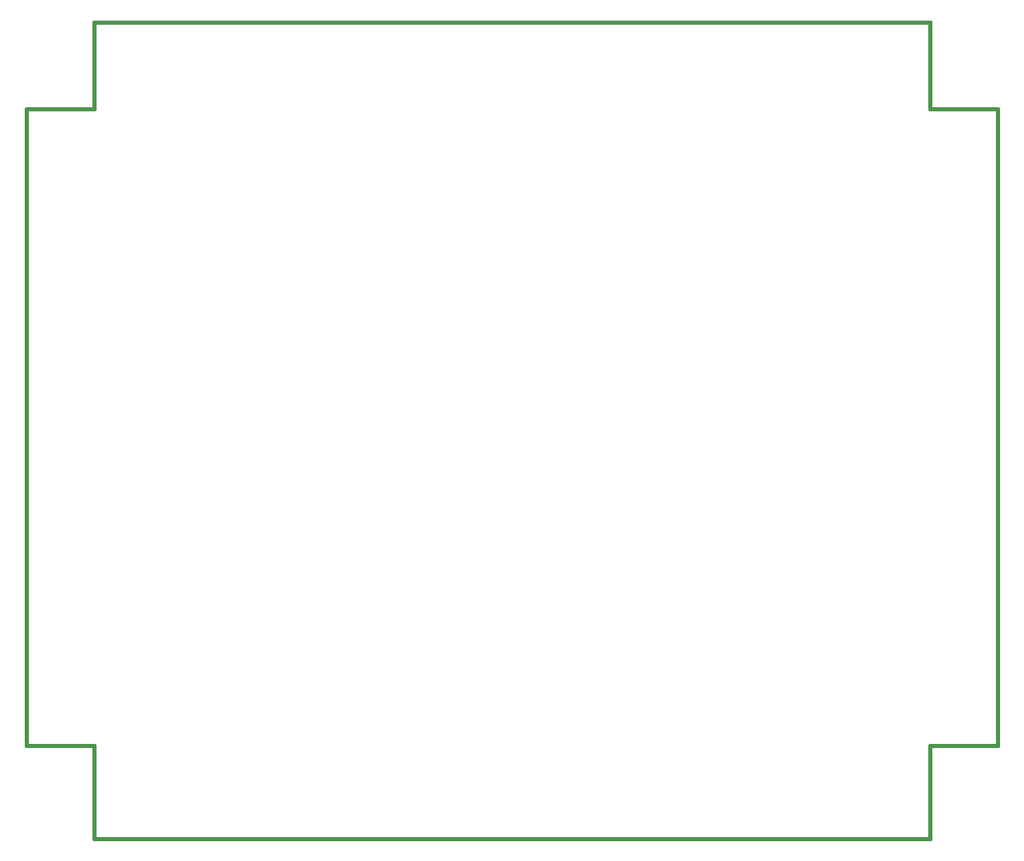
<source format=gbr>
%FSLAX34Y34*%
%MOMM*%
%LNOUTLINE*%
G71*
G01*
%ADD10C, 0.40*%
%LPD*%
G54D10*
X52000Y-794950D02*
X52000Y-140900D01*
X121850Y-140900D01*
X121850Y-52000D01*
X979100Y-52000D01*
X979100Y-140900D01*
X1048950Y-140900D01*
X1048950Y-794950D01*
X979100Y-794950D01*
X979100Y-890200D01*
X121850Y-890200D01*
X121850Y-794950D01*
X52000Y-794950D01*
M02*

</source>
